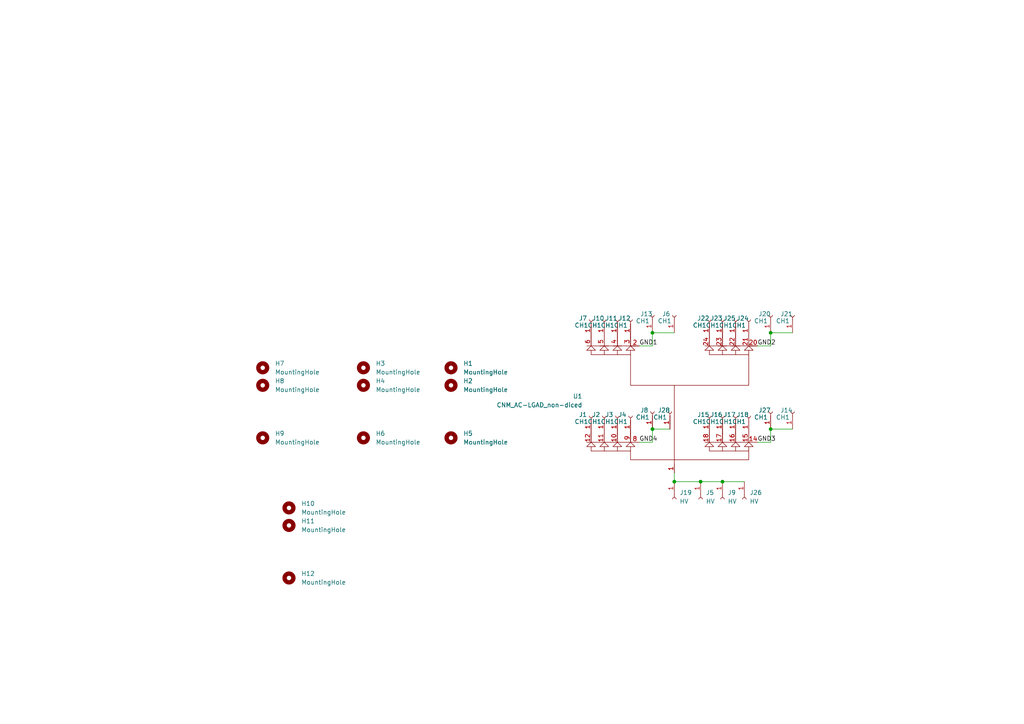
<source format=kicad_sch>
(kicad_sch (version 20230121) (generator eeschema)
  (paper "A4")
  (title_block (title "LGAD carrier board compatible with Chubut 2") (date "2022-08-15") (company "Universität Zürich") (comment 1 "Matias Senger"))
  (lib_symbols
    (symbol "Connector:Conn_01x01_Female" (pin_names (offset 1.016) hide)
      (property "Reference" "J" (at 0 2.54 0))
      (property "Value" "Conn_01x01_Female" (at 0 -2.54 0))
      (symbol "Conn_01x01_Female_1_1"
        (polyline (pts (xy -1.27 0) (xy -0.508 0)) (stroke (width 0.1524)))
        (arc (start 0 0.508) (mid -0.5058 0) (end 0 -0.508) (stroke (width 0.1524)))
        (pin passive line (at -5.08 0 0) (length 3.81) (name "Pin_1") (number "1"))
      )
    )
    (symbol "LGAD:CNM_AC-LGAD_non-diced"
      (property "Reference" "U" (at 2.5303 -1.8112 0))
      (property "Value" "CNM_AC-LGAD_non-diced" (at 9.285 -3.9605 0))
      (symbol "CNM_AC-LGAD_non-diced_0_1"
        (polyline (pts (xy -12.7 -25.4) (xy -10.16 -25.4)))
        (polyline (pts (xy -12.7 2.54) (xy -10.16 2.54)))
        (polyline (pts (xy -10.16 -25.4) (xy -1.27 -25.4)))
        (polyline (pts (xy -10.16 2.54) (xy -1.27 2.54)))
        (polyline (pts (xy -8.89 -25.4) (xy -6.35 -25.4)))
        (polyline (pts (xy -8.89 2.54) (xy -6.35 2.54)))
        (polyline (pts (xy -7.62 -27.94) (xy -7.62 -26.67)))
        (polyline (pts (xy -7.62 0) (xy -7.62 1.27)))
        (polyline (pts (xy -5.08 -25.4) (xy -2.54 -25.4)))
        (polyline (pts (xy -5.08 2.54) (xy -2.54 2.54)))
        (polyline (pts (xy -3.81 -27.94) (xy -3.81 -26.67)))
        (polyline (pts (xy -3.81 0) (xy -3.81 1.27)))
        (polyline (pts (xy -1.27 -25.4) (xy 1.27 -25.4)))
        (polyline (pts (xy -1.27 2.54) (xy 1.27 2.54)))
        (polyline (pts (xy 21.59 -25.4) (xy 24.13 -25.4)))
        (polyline (pts (xy 21.59 2.54) (xy 24.13 2.54)))
        (polyline (pts (xy 24.13 -25.4) (xy 33.02 -25.4)))
        (polyline (pts (xy 24.13 2.54) (xy 33.02 2.54)))
        (polyline (pts (xy 25.4 -25.4) (xy 27.94 -25.4)))
        (polyline (pts (xy 25.4 2.54) (xy 27.94 2.54)))
        (polyline (pts (xy 26.67 -27.94) (xy 26.67 -26.67)))
        (polyline (pts (xy 26.67 0) (xy 26.67 1.27)))
        (polyline (pts (xy 29.21 -25.4) (xy 31.75 -25.4)))
        (polyline (pts (xy 29.21 2.54) (xy 31.75 2.54)))
        (polyline (pts (xy 30.48 -27.94) (xy 30.48 -26.67)))
        (polyline (pts (xy 30.48 0) (xy 30.48 1.27)))
        (polyline (pts (xy 33.02 -25.4) (xy 35.56 -25.4)))
        (polyline (pts (xy 33.02 2.54) (xy 35.56 2.54)))
        (polyline (pts (xy 0 0) (xy 0 -8.89) (xy 12.7 -8.89)))
        (polyline (pts (xy -12.7 -26.67) (xy -10.16 -26.67) (xy -11.43 -25.4) (xy -12.7 -26.67)))
        (polyline (pts (xy -12.7 1.27) (xy -10.16 1.27) (xy -11.43 2.54) (xy -12.7 1.27)))
        (polyline (pts (xy -11.43 -26.67) (xy -11.43 -27.94) (xy 0 -27.94) (xy 0 -26.67)))
        (polyline (pts (xy -11.43 1.27) (xy -11.43 0) (xy 0 0) (xy 0 1.27)))
        (polyline (pts (xy -8.89 -26.67) (xy -6.35 -26.67) (xy -7.62 -25.4) (xy -8.89 -26.67)))
        (polyline (pts (xy -8.89 1.27) (xy -6.35 1.27) (xy -7.62 2.54) (xy -8.89 1.27)))
        (polyline (pts (xy -5.08 -26.67) (xy -2.54 -26.67) (xy -3.81 -25.4) (xy -5.08 -26.67)))
        (polyline (pts (xy -5.08 1.27) (xy -2.54 1.27) (xy -3.81 2.54) (xy -5.08 1.27)))
        (polyline (pts (xy -1.27 -26.67) (xy 1.27 -26.67) (xy 0 -25.4) (xy -1.27 -26.67)))
        (polyline (pts (xy -1.27 1.27) (xy 1.27 1.27) (xy 0 2.54) (xy -1.27 1.27)))
        (polyline (pts (xy 0 -27.94) (xy 0 -30.48) (xy 34.29 -30.48) (xy 34.29 -27.94)))
        (polyline (pts (xy 21.59 -26.67) (xy 24.13 -26.67) (xy 22.86 -25.4) (xy 21.59 -26.67)))
        (polyline (pts (xy 21.59 1.27) (xy 24.13 1.27) (xy 22.86 2.54) (xy 21.59 1.27)))
        (polyline (pts (xy 22.86 -26.67) (xy 22.86 -27.94) (xy 34.29 -27.94) (xy 34.29 -26.67)))
        (polyline (pts (xy 22.86 1.27) (xy 22.86 0) (xy 34.29 0) (xy 34.29 1.27)))
        (polyline (pts (xy 25.4 -26.67) (xy 27.94 -26.67) (xy 26.67 -25.4) (xy 25.4 -26.67)))
        (polyline (pts (xy 25.4 1.27) (xy 27.94 1.27) (xy 26.67 2.54) (xy 25.4 1.27)))
        (polyline (pts (xy 29.21 -26.67) (xy 31.75 -26.67) (xy 30.48 -25.4) (xy 29.21 -26.67)))
        (polyline (pts (xy 29.21 1.27) (xy 31.75 1.27) (xy 30.48 2.54) (xy 29.21 1.27)))
        (polyline (pts (xy 33.02 -26.67) (xy 35.56 -26.67) (xy 34.29 -25.4) (xy 33.02 -26.67)))
        (polyline (pts (xy 33.02 1.27) (xy 35.56 1.27) (xy 34.29 2.54) (xy 33.02 1.27)))
        (polyline (pts (xy 34.29 0) (xy 34.29 -8.89) (xy 12.7 -8.89) (xy 12.7 -31.75)))
      )
      (symbol "CNM_AC-LGAD_non-diced_1_1"
        (pin unspecified line (at 12.7 -34.29 90) (length 2.54) (name "") (number "1"))
        (pin unspecified line (at -3.81 -22.86 270) (length 2.54) (name "") (number "10"))
        (pin unspecified line (at -7.62 -22.86 270) (length 2.54) (name "") (number "11"))
        (pin unspecified line (at -11.43 -22.86 270) (length 2.54) (name "") (number "12"))
        (pin unspecified line (at 36.83 -25.4 180) (length 2.54) (name "") (number "14"))
        (pin unspecified line (at 34.29 -22.86 270) (length 2.54) (name "") (number "15"))
        (pin unspecified line (at 30.48 -22.86 270) (length 2.54) (name "") (number "16"))
        (pin unspecified line (at 26.67 -22.86 270) (length 2.54) (name "") (number "17"))
        (pin unspecified line (at 22.86 -22.86 270) (length 2.54) (name "") (number "18"))
        (pin unspecified line (at 2.54 2.54 180) (length 2.54) (name "") (number "2"))
        (pin unspecified line (at 36.83 2.54 180) (length 2.54) (name "") (number "20"))
        (pin unspecified line (at 34.29 5.08 270) (length 2.54) (name "") (number "21"))
        (pin unspecified line (at 30.48 5.08 270) (length 2.54) (name "") (number "22"))
        (pin unspecified line (at 26.67 5.08 270) (length 2.54) (name "") (number "23"))
        (pin unspecified line (at 22.86 5.08 270) (length 2.54) (name "") (number "24"))
        (pin unspecified line (at 0 5.08 270) (length 2.54) (name "") (number "3"))
        (pin unspecified line (at -3.81 5.08 270) (length 2.54) (name "") (number "4"))
        (pin unspecified line (at -7.62 5.08 270) (length 2.54) (name "") (number "5"))
        (pin unspecified line (at -11.43 5.08 270) (length 2.54) (name "") (number "6"))
        (pin unspecified line (at 2.54 -25.4 180) (length 2.54) (name "") (number "8"))
        (pin unspecified line (at 0 -22.86 270) (length 2.54) (name "") (number "9"))
      )
    )
    (symbol "Mechanical:MountingHole" (pin_names (offset 1.016))
      (property "Reference" "H" (at 0 5.08 0))
      (property "Value" "MountingHole" (at 0 3.175 0))
      (symbol "MountingHole_0_1"
        (circle (center 0 0) (radius 1.27) (stroke (width 1.27)))
      )
    )
  )
  (junction (at 189.23 96.52))
  (junction (at 223.52 96.52))
  (junction (at 189.23 124.46))
  (junction (at 223.52 124.46))
  (junction (at 203.2 139.7))
  (junction (at 195.58 139.7))
  (junction (at 209.55 139.7))
  (wire (pts (xy 195.58 137.16) (xy 195.58 139.7)))
  (wire (pts (xy 223.52 124.46) (xy 229.87 124.46)))
  (wire (pts (xy 185.42 100.33) (xy 189.23 100.33)))
  (wire (pts (xy 223.52 128.27) (xy 223.52 124.46)))
  (wire (pts (xy 189.23 124.46) (xy 194.31 124.46)))
  (wire (pts (xy 189.23 96.52) (xy 195.58 96.52)))
  (wire (pts (xy 189.23 128.27) (xy 189.23 124.46)))
  (wire (pts (xy 219.71 128.27) (xy 223.52 128.27)))
  (wire (pts (xy 195.58 139.7) (xy 203.2 139.7)))
  (wire (pts (xy 189.23 100.33) (xy 189.23 96.52)))
  (wire (pts (xy 185.42 128.27) (xy 189.23 128.27)))
  (wire (pts (xy 223.52 100.33) (xy 223.52 96.52)))
  (wire (pts (xy 203.2 139.7) (xy 209.55 139.7)))
  (wire (pts (xy 223.52 96.52) (xy 229.87 96.52)))
  (wire (pts (xy 219.71 100.33) (xy 223.52 100.33)))
  (wire (pts (xy 209.55 139.7) (xy 215.9 139.7)))
  (label "GND3" (at 219.71 128.27 0))
  (label "GND1" (at 185.42 100.33 0))
  (label "GND4" (at 185.42 128.27 0))
  (label "GND2" (at 219.71 100.33 0))
  (symbol (lib_id "Mechanical:MountingHole") (at 130.81 106.68 0) (unit 1)
    (property "Reference" "H1" (at 134.366 105.4099 0) (effects (justify left)))
    (property "Value" "MountingHole" (at 134.366 107.9499 0) (effects (justify left)))
    (property "Footprint" "chubut:MILL-MAX_7625-0-00-15-00-00-03-0_alignment_hole" (effects hide))
  )
  (symbol (lib_id "Mechanical:MountingHole") (at 83.82 147.32 0) (unit 1)
    (property "Reference" "H10" (at 87.376 146.0499 0) (effects (justify left)))
    (property "Value" "MountingHole" (at 87.376 148.5899 0) (effects (justify left)))
    (property "Footprint" "chubut:MILL-MAX_7625-0-00-15-00-00-03-0_alignment_hole" (effects hide))
  )
  (symbol (lib_id "Connector:Conn_01x01_Female") (at 179.07 120.65 90) (unit 1)
    (property "Reference" "J3" (at 175.514 120.2689 90) (effects (justify right)))
    (property "Value" "CH1" (at 174.244 122.3009 90) (effects (justify right)))
    (property "Footprint" "chubut:MILL-MAX_0965-0-15-20-80-14-11-0_contact" (effects hide))
  )
  (symbol (lib_id "Mechanical:MountingHole") (at 130.81 127 0) (unit 1)
    (property "Reference" "H5" (at 134.366 125.7299 0) (effects (justify left)))
    (property "Value" "MountingHole" (at 134.366 128.2699 0) (effects (justify left)))
    (property "Footprint" "chubut:MILL-MAX_7625-0-00-15-00-00-03-0_alignment_hole" (effects hide))
  )
  (symbol (lib_id "Connector:Conn_01x01_Female") (at 209.55 120.65 90) (unit 1)
    (property "Reference" "J16" (at 205.994 120.2689 90) (effects (justify right)))
    (property "Value" "CH1" (at 204.724 122.3009 90) (effects (justify right)))
    (property "Footprint" "chubut:MILL-MAX_0965-0-15-20-80-14-11-0_contact" (effects hide))
  )
  (symbol (lib_id "Mechanical:MountingHole") (at 76.2 111.76 0) (unit 1)
    (property "Reference" "H8" (at 79.756 110.4899 0) (effects (justify left)))
    (property "Value" "MountingHole" (at 79.756 113.0299 0) (effects (justify left)))
    (property "Footprint" "chubut:MILL-MAX_7625-0-00-15-00-00-03-0_alignment_hole" (effects hide))
  )
  (symbol (lib_id "Mechanical:MountingHole") (at 76.2 127 0) (unit 1)
    (property "Reference" "H9" (at 79.756 125.7299 0) (effects (justify left)))
    (property "Value" "MountingHole" (at 79.756 128.2699 0) (effects (justify left)))
    (property "Footprint" "chubut:MILL-MAX_7625-0-00-15-00-00-03-0_alignment_hole" (effects hide))
  )
  (symbol (lib_id "Connector:Conn_01x01_Female") (at 182.88 120.65 90) (unit 1)
    (property "Reference" "J4" (at 179.324 120.2689 90) (effects (justify right)))
    (property "Value" "CH1" (at 178.054 122.3009 90) (effects (justify right)))
    (property "Footprint" "chubut:MILL-MAX_0965-0-15-20-80-14-11-0_contact" (effects hide))
  )
  (symbol (lib_id "Connector:Conn_01x01_Female") (at 194.31 119.38 90) (unit 1)
    (property "Reference" "J28" (at 190.754 118.9989 90) (effects (justify right)))
    (property "Value" "CH1" (at 189.484 121.0309 90) (effects (justify right)))
    (property "Footprint" "chubut:MILL-MAX_0965-0-15-20-80-14-11-0_contact" (effects hide))
  )
  (symbol (lib_id "Connector:Conn_01x01_Female") (at 223.52 119.38 90) (unit 1)
    (property "Reference" "J27" (at 219.964 118.9989 90) (effects (justify right)))
    (property "Value" "CH1" (at 218.694 121.0309 90) (effects (justify right)))
    (property "Footprint" "chubut:MILL-MAX_0965-0-15-20-80-14-11-0_contact" (effects hide))
  )
  (symbol (lib_id "Connector:Conn_01x01_Female") (at 223.52 91.44 90) (unit 1)
    (property "Reference" "J20" (at 219.964 91.0589 90) (effects (justify right)))
    (property "Value" "CH1" (at 218.694 93.0909 90) (effects (justify right)))
    (property "Footprint" "chubut:MILL-MAX_0965-0-15-20-80-14-11-0_contact" (effects hide))
  )
  (symbol (lib_id "Connector:Conn_01x01_Female") (at 209.55 144.78 270) (unit 1)
    (property "Reference" "J9" (at 211.074 142.8749 90) (effects (justify left)))
    (property "Value" "HV" (at 211.074 145.4149 90) (effects (justify left)))
    (property "Footprint" "chubut:MILL-MAX_0965-0-15-20-80-14-11-0_contact" (effects hide))
  )
  (symbol (lib_id "Mechanical:MountingHole") (at 130.81 111.76 0) (unit 1)
    (property "Reference" "H2" (at 134.366 110.4899 0) (effects (justify left)))
    (property "Value" "MountingHole" (at 134.366 113.0299 0) (effects (justify left)))
    (property "Footprint" "chubut:MILL-MAX_7625-0-00-15-00-00-03-0_alignment_hole" (effects hide))
  )
  (symbol (lib_id "Connector:Conn_01x01_Female") (at 171.45 120.65 90) (unit 1)
    (property "Reference" "J1" (at 167.894 120.2689 90) (effects (justify right)))
    (property "Value" "CH1" (at 166.624 122.3009 90) (effects (justify right)))
    (property "Footprint" "chubut:MILL-MAX_0965-0-15-20-80-14-11-0_contact" (effects hide))
  )
  (symbol (lib_id "Connector:Conn_01x01_Female") (at 189.23 91.44 90) (unit 1)
    (property "Reference" "J13" (at 185.674 91.0589 90) (effects (justify right)))
    (property "Value" "CH1" (at 184.404 93.0909 90) (effects (justify right)))
    (property "Footprint" "chubut:MILL-MAX_0965-0-15-20-80-14-11-0_contact" (effects hide))
  )
  (symbol (lib_id "Connector:Conn_01x01_Female") (at 205.74 120.65 90) (unit 1)
    (property "Reference" "J15" (at 202.184 120.2689 90) (effects (justify right)))
    (property "Value" "CH1" (at 200.914 122.3009 90) (effects (justify right)))
    (property "Footprint" "chubut:MILL-MAX_0965-0-15-20-80-14-11-0_contact" (effects hide))
  )
  (symbol (lib_id "Connector:Conn_01x01_Female") (at 171.45 92.71 90) (unit 1)
    (property "Reference" "J7" (at 167.894 92.3289 90) (effects (justify right)))
    (property "Value" "CH1" (at 166.624 94.3609 90) (effects (justify right)))
    (property "Footprint" "chubut:MILL-MAX_0965-0-15-20-80-14-11-0_contact" (effects hide))
  )
  (symbol (lib_id "Connector:Conn_01x01_Female") (at 195.58 91.44 90) (unit 1)
    (property "Reference" "J6" (at 192.024 91.0589 90) (effects (justify right)))
    (property "Value" "CH1" (at 190.754 93.0909 90) (effects (justify right)))
    (property "Footprint" "chubut:MILL-MAX_0965-0-15-20-80-14-11-0_contact" (effects hide))
  )
  (symbol (lib_id "Connector:Conn_01x01_Female") (at 195.58 144.78 270) (unit 1)
    (property "Reference" "J19" (at 197.104 142.8749 90) (effects (justify left)))
    (property "Value" "HV" (at 197.104 145.4149 90) (effects (justify left)))
    (property "Footprint" "chubut:MILL-MAX_0965-0-15-20-80-14-11-0_contact" (effects hide))
  )
  (symbol (lib_id "Mechanical:MountingHole") (at 105.41 127 0) (unit 1)
    (property "Reference" "H6" (at 108.966 125.7299 0) (effects (justify left)))
    (property "Value" "MountingHole" (at 108.966 128.2699 0) (effects (justify left)))
    (property "Footprint" "chubut:MILL-MAX_7625-0-00-15-00-00-03-0_alignment_hole" (effects hide))
  )
  (symbol (lib_id "Connector:Conn_01x01_Female") (at 229.87 119.38 90) (unit 1)
    (property "Reference" "J14" (at 226.314 118.9989 90) (effects (justify right)))
    (property "Value" "CH1" (at 225.044 121.0309 90) (effects (justify right)))
    (property "Footprint" "chubut:MILL-MAX_0965-0-15-20-80-14-11-0_contact" (effects hide))
  )
  (symbol (lib_id "Connector:Conn_01x01_Female") (at 213.36 92.71 90) (unit 1)
    (property "Reference" "J25" (at 209.804 92.3289 90) (effects (justify right)))
    (property "Value" "CH1" (at 208.534 94.3609 90) (effects (justify right)))
    (property "Footprint" "chubut:MILL-MAX_0965-0-15-20-80-14-11-0_contact" (effects hide))
  )
  (symbol (lib_id "Connector:Conn_01x01_Female") (at 189.23 119.38 90) (unit 1)
    (property "Reference" "J8" (at 185.674 118.9989 90) (effects (justify right)))
    (property "Value" "CH1" (at 184.404 121.0309 90) (effects (justify right)))
    (property "Footprint" "chubut:MILL-MAX_0965-0-15-20-80-14-11-0_contact" (effects hide))
  )
  (symbol (lib_id "Mechanical:MountingHole") (at 83.82 167.64 0) (unit 1)
    (property "Reference" "H12" (at 87.376 166.3699 0) (effects (justify left)))
    (property "Value" "MountingHole" (at 87.376 168.9099 0) (effects (justify left)))
    (property "Footprint" "chubut:MILL-MAX_7625-0-00-15-00-00-03-0_alignment_hole" (effects hide))
  )
  (symbol (lib_id "Connector:Conn_01x01_Female") (at 175.26 92.71 90) (unit 1)
    (property "Reference" "J10" (at 171.704 92.3289 90) (effects (justify right)))
    (property "Value" "CH1" (at 170.434 94.3609 90) (effects (justify right)))
    (property "Footprint" "chubut:MILL-MAX_0965-0-15-20-80-14-11-0_contact" (effects hide))
  )
  (symbol (lib_id "Connector:Conn_01x01_Female") (at 182.88 92.71 90) (unit 1)
    (property "Reference" "J12" (at 179.324 92.3289 90) (effects (justify right)))
    (property "Value" "CH1" (at 178.054 94.3609 90) (effects (justify right)))
    (property "Footprint" "chubut:MILL-MAX_0965-0-15-20-80-14-11-0_contact" (effects hide))
  )
  (symbol (lib_id "Mechanical:MountingHole") (at 105.41 106.68 0) (unit 1)
    (property "Reference" "H3" (at 108.966 105.4099 0) (effects (justify left)))
    (property "Value" "MountingHole" (at 108.966 107.9499 0) (effects (justify left)))
    (property "Footprint" "chubut:MILL-MAX_7625-0-00-15-00-00-03-0_alignment_hole" (effects hide))
  )
  (symbol (lib_id "LGAD:CNM_AC-LGAD_non-diced") (at 182.88 102.87 0) (unit 1)
    (property "Reference" "U1" (at 168.91 114.935 0) (effects (justify right)))
    (property "Value" "CNM_AC-LGAD_non-diced" (at 168.91 117.475 0) (effects (justify right)))
    (property "Footprint" "chubut:CNM16020_AC-LGAD_non-diced" (effects hide))
  )
  (symbol (lib_id "Connector:Conn_01x01_Female") (at 175.26 120.65 90) (unit 1)
    (property "Reference" "J2" (at 171.704 120.2689 90) (effects (justify right)))
    (property "Value" "CH1" (at 170.434 122.3009 90) (effects (justify right)))
    (property "Footprint" "chubut:MILL-MAX_0965-0-15-20-80-14-11-0_contact" (effects hide))
  )
  (symbol (lib_id "Connector:Conn_01x01_Female") (at 217.17 120.65 90) (unit 1)
    (property "Reference" "J18" (at 213.614 120.2689 90) (effects (justify right)))
    (property "Value" "CH1" (at 212.344 122.3009 90) (effects (justify right)))
    (property "Footprint" "chubut:MILL-MAX_0965-0-15-20-80-14-11-0_contact" (effects hide))
  )
  (symbol (lib_id "Mechanical:MountingHole") (at 105.41 111.76 0) (unit 1)
    (property "Reference" "H4" (at 108.966 110.4899 0) (effects (justify left)))
    (property "Value" "MountingHole" (at 108.966 113.0299 0) (effects (justify left)))
    (property "Footprint" "chubut:MILL-MAX_7625-0-00-15-00-00-03-0_alignment_hole" (effects hide))
  )
  (symbol (lib_id "Connector:Conn_01x01_Female") (at 205.74 92.71 90) (unit 1)
    (property "Reference" "J22" (at 202.184 92.3289 90) (effects (justify right)))
    (property "Value" "CH1" (at 200.914 94.3609 90) (effects (justify right)))
    (property "Footprint" "chubut:MILL-MAX_0965-0-15-20-80-14-11-0_contact" (effects hide))
  )
  (symbol (lib_id "Mechanical:MountingHole") (at 76.2 106.68 0) (unit 1)
    (property "Reference" "H7" (at 79.756 105.4099 0) (effects (justify left)))
    (property "Value" "MountingHole" (at 79.756 107.9499 0) (effects (justify left)))
    (property "Footprint" "chubut:MILL-MAX_7625-0-00-15-00-00-03-0_alignment_hole" (effects hide))
  )
  (symbol (lib_id "Connector:Conn_01x01_Female") (at 209.55 92.71 90) (unit 1)
    (property "Reference" "J23" (at 205.994 92.3289 90) (effects (justify right)))
    (property "Value" "CH1" (at 204.724 94.3609 90) (effects (justify right)))
    (property "Footprint" "chubut:MILL-MAX_0965-0-15-20-80-14-11-0_contact" (effects hide))
  )
  (symbol (lib_id "Connector:Conn_01x01_Female") (at 229.87 91.44 90) (unit 1)
    (property "Reference" "J21" (at 226.314 91.0589 90) (effects (justify right)))
    (property "Value" "CH1" (at 225.044 93.0909 90) (effects (justify right)))
    (property "Footprint" "chubut:MILL-MAX_0965-0-15-20-80-14-11-0_contact" (effects hide))
  )
  (symbol (lib_id "Connector:Conn_01x01_Female") (at 217.17 92.71 90) (unit 1)
    (property "Reference" "J24" (at 213.614 92.3289 90) (effects (justify right)))
    (property "Value" "CH1" (at 212.344 94.3609 90) (effects (justify right)))
    (property "Footprint" "chubut:MILL-MAX_0965-0-15-20-80-14-11-0_contact" (effects hide))
  )
  (symbol (lib_id "Connector:Conn_01x01_Female") (at 215.9 144.78 270) (unit 1)
    (property "Reference" "J26" (at 217.424 142.8749 90) (effects (justify left)))
    (property "Value" "HV" (at 217.424 145.4149 90) (effects (justify left)))
    (property "Footprint" "chubut:MILL-MAX_0965-0-15-20-80-14-11-0_contact" (effects hide))
  )
  (symbol (lib_id "Mechanical:MountingHole") (at 83.82 152.4 0) (unit 1)
    (property "Reference" "H11" (at 87.376 151.1299 0) (effects (justify left)))
    (property "Value" "MountingHole" (at 87.376 153.6699 0) (effects (justify left)))
    (property "Footprint" "chubut:MILL-MAX_7625-0-00-15-00-00-03-0_alignment_hole" (effects hide))
  )
  (symbol (lib_id "Connector:Conn_01x01_Female") (at 203.2 144.78 270) (unit 1)
    (property "Reference" "J5" (at 204.724 142.8749 90) (effects (justify left)))
    (property "Value" "HV" (at 204.724 145.4149 90) (effects (justify left)))
    (property "Footprint" "chubut:MILL-MAX_0965-0-15-20-80-14-11-0_contact" (effects hide))
  )
  (symbol (lib_id "Connector:Conn_01x01_Female") (at 179.07 92.71 90) (unit 1)
    (property "Reference" "J11" (at 175.514 92.3289 90) (effects (justify right)))
    (property "Value" "CH1" (at 174.244 94.3609 90) (effects (justify right)))
    (property "Footprint" "chubut:MILL-MAX_0965-0-15-20-80-14-11-0_contact" (effects hide))
  )
  (symbol (lib_id "Connector:Conn_01x01_Female") (at 213.36 120.65 90) (unit 1)
    (property "Reference" "J17" (at 209.804 120.2689 90) (effects (justify right)))
    (property "Value" "CH1" (at 208.534 122.3009 90) (effects (justify right)))
    (property "Footprint" "chubut:MILL-MAX_0965-0-15-20-80-14-11-0_contact" (effects hide))
  )
)
</source>
